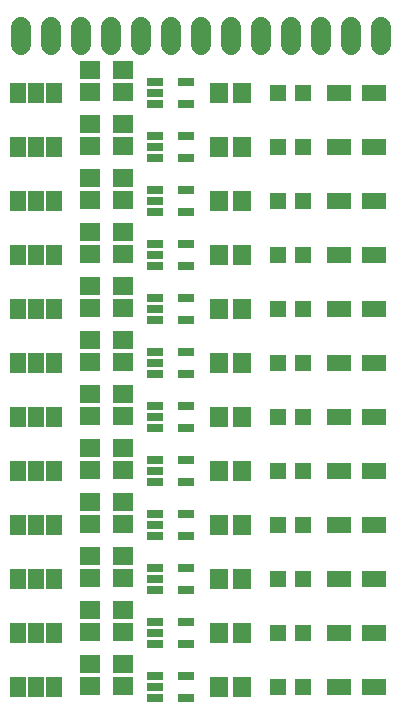
<source format=gbr>
G04 EAGLE Gerber RS-274X export*
G75*
%MOMM*%
%FSLAX34Y34*%
%LPD*%
%INSoldermask Top*%
%IPPOS*%
%AMOC8*
5,1,8,0,0,1.08239X$1,22.5*%
G01*
%ADD10C,1.727200*%
%ADD11R,1.403200X1.403200*%
%ADD12R,2.003200X1.403200*%
%ADD13R,1.703200X1.503200*%
%ADD14R,1.503200X1.703200*%
%ADD15R,1.371600X1.803400*%
%ADD16R,1.403200X0.753200*%


D10*
X25400Y576580D02*
X25400Y591820D01*
X50800Y591820D02*
X50800Y576580D01*
X76200Y576580D02*
X76200Y591820D01*
X101600Y591820D02*
X101600Y576580D01*
X127000Y576580D02*
X127000Y591820D01*
X152400Y591820D02*
X152400Y576580D01*
X177800Y576580D02*
X177800Y591820D01*
X203200Y591820D02*
X203200Y576580D01*
X228600Y576580D02*
X228600Y591820D01*
X254000Y591820D02*
X254000Y576580D01*
X279400Y576580D02*
X279400Y591820D01*
X304800Y591820D02*
X304800Y576580D01*
X330200Y576580D02*
X330200Y591820D01*
D11*
X264500Y33020D03*
X243500Y33020D03*
D12*
X294890Y33020D03*
X324870Y33020D03*
D13*
X83820Y52680D03*
X83820Y33680D03*
D14*
X193700Y33020D03*
X212700Y33020D03*
D15*
X22860Y33020D03*
X38100Y33020D03*
X53340Y33020D03*
D16*
X139400Y42520D03*
X139400Y33020D03*
X139400Y23520D03*
X165400Y23520D03*
X165400Y42520D03*
D13*
X111760Y52680D03*
X111760Y33680D03*
D11*
X264500Y78740D03*
X243500Y78740D03*
D12*
X294890Y78740D03*
X324870Y78740D03*
D13*
X83820Y98400D03*
X83820Y79400D03*
D14*
X193700Y78740D03*
X212700Y78740D03*
D15*
X22860Y78740D03*
X38100Y78740D03*
X53340Y78740D03*
D16*
X139400Y88240D03*
X139400Y78740D03*
X139400Y69240D03*
X165400Y69240D03*
X165400Y88240D03*
D13*
X111760Y98400D03*
X111760Y79400D03*
D11*
X264500Y124460D03*
X243500Y124460D03*
D12*
X294890Y124460D03*
X324870Y124460D03*
D13*
X83820Y144120D03*
X83820Y125120D03*
D14*
X193700Y124460D03*
X212700Y124460D03*
D15*
X22860Y124460D03*
X38100Y124460D03*
X53340Y124460D03*
D16*
X139400Y133960D03*
X139400Y124460D03*
X139400Y114960D03*
X165400Y114960D03*
X165400Y133960D03*
D13*
X111760Y144120D03*
X111760Y125120D03*
D11*
X264500Y170180D03*
X243500Y170180D03*
D12*
X294890Y170180D03*
X324870Y170180D03*
D13*
X83820Y189840D03*
X83820Y170840D03*
D14*
X193700Y170180D03*
X212700Y170180D03*
D15*
X22860Y170180D03*
X38100Y170180D03*
X53340Y170180D03*
D16*
X139400Y179680D03*
X139400Y170180D03*
X139400Y160680D03*
X165400Y160680D03*
X165400Y179680D03*
D13*
X111760Y189840D03*
X111760Y170840D03*
D11*
X264500Y215900D03*
X243500Y215900D03*
D12*
X294890Y215900D03*
X324870Y215900D03*
D13*
X83820Y235560D03*
X83820Y216560D03*
D14*
X193700Y215900D03*
X212700Y215900D03*
D15*
X22860Y215900D03*
X38100Y215900D03*
X53340Y215900D03*
D16*
X139400Y225400D03*
X139400Y215900D03*
X139400Y206400D03*
X165400Y206400D03*
X165400Y225400D03*
D13*
X111760Y235560D03*
X111760Y216560D03*
D11*
X264500Y261620D03*
X243500Y261620D03*
D12*
X294890Y261620D03*
X324870Y261620D03*
D13*
X83820Y281280D03*
X83820Y262280D03*
D14*
X193700Y261620D03*
X212700Y261620D03*
D15*
X22860Y261620D03*
X38100Y261620D03*
X53340Y261620D03*
D16*
X139400Y271120D03*
X139400Y261620D03*
X139400Y252120D03*
X165400Y252120D03*
X165400Y271120D03*
D13*
X111760Y281280D03*
X111760Y262280D03*
D11*
X264500Y307340D03*
X243500Y307340D03*
D12*
X294890Y307340D03*
X324870Y307340D03*
D13*
X83820Y327000D03*
X83820Y308000D03*
D14*
X193700Y307340D03*
X212700Y307340D03*
D15*
X22860Y307340D03*
X38100Y307340D03*
X53340Y307340D03*
D16*
X139400Y316840D03*
X139400Y307340D03*
X139400Y297840D03*
X165400Y297840D03*
X165400Y316840D03*
D13*
X111760Y327000D03*
X111760Y308000D03*
D11*
X264500Y353060D03*
X243500Y353060D03*
D12*
X294890Y353060D03*
X324870Y353060D03*
D13*
X83820Y372720D03*
X83820Y353720D03*
D14*
X193700Y353060D03*
X212700Y353060D03*
D15*
X22860Y353060D03*
X38100Y353060D03*
X53340Y353060D03*
D16*
X139400Y362560D03*
X139400Y353060D03*
X139400Y343560D03*
X165400Y343560D03*
X165400Y362560D03*
D13*
X111760Y372720D03*
X111760Y353720D03*
D11*
X264500Y398780D03*
X243500Y398780D03*
D12*
X294890Y398780D03*
X324870Y398780D03*
D13*
X83820Y418440D03*
X83820Y399440D03*
D14*
X193700Y398780D03*
X212700Y398780D03*
D15*
X22860Y398780D03*
X38100Y398780D03*
X53340Y398780D03*
D16*
X139400Y408280D03*
X139400Y398780D03*
X139400Y389280D03*
X165400Y389280D03*
X165400Y408280D03*
D13*
X111760Y418440D03*
X111760Y399440D03*
D11*
X264500Y444500D03*
X243500Y444500D03*
D12*
X294890Y444500D03*
X324870Y444500D03*
D13*
X83820Y464160D03*
X83820Y445160D03*
D14*
X193700Y444500D03*
X212700Y444500D03*
D15*
X22860Y444500D03*
X38100Y444500D03*
X53340Y444500D03*
D16*
X139400Y454000D03*
X139400Y444500D03*
X139400Y435000D03*
X165400Y435000D03*
X165400Y454000D03*
D13*
X111760Y464160D03*
X111760Y445160D03*
D11*
X264500Y490220D03*
X243500Y490220D03*
D12*
X294890Y490220D03*
X324870Y490220D03*
D13*
X83820Y509880D03*
X83820Y490880D03*
D14*
X193700Y490220D03*
X212700Y490220D03*
D15*
X22860Y490220D03*
X38100Y490220D03*
X53340Y490220D03*
D16*
X139400Y499720D03*
X139400Y490220D03*
X139400Y480720D03*
X165400Y480720D03*
X165400Y499720D03*
D13*
X111760Y509880D03*
X111760Y490880D03*
D11*
X264500Y535940D03*
X243500Y535940D03*
D12*
X294890Y535940D03*
X324870Y535940D03*
D13*
X83820Y555600D03*
X83820Y536600D03*
D14*
X193700Y535940D03*
X212700Y535940D03*
D15*
X22860Y535940D03*
X38100Y535940D03*
X53340Y535940D03*
D16*
X139400Y545440D03*
X139400Y535940D03*
X139400Y526440D03*
X165400Y526440D03*
X165400Y545440D03*
D13*
X111760Y555600D03*
X111760Y536600D03*
M02*

</source>
